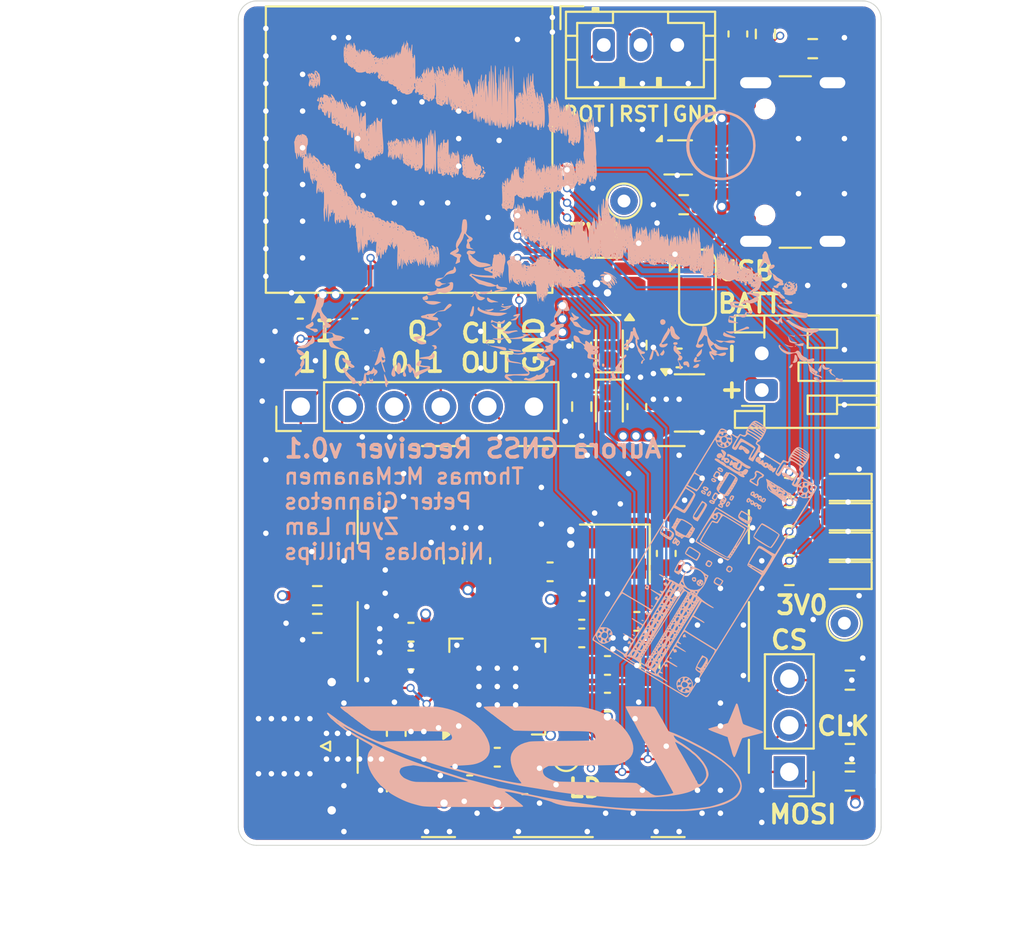
<source format=kicad_pcb>
(kicad_pcb (version 20240108) (generator "pcbnew") (generator_version "8.0")
  (title_block (title "Aurora GNSS Receiver v0.1") (date "2025-05-05") (rev "A") (company "Illinois Space Society") (comment 4 "Contributors: Thomas McManamen"))
  (layers (0 "F.Cu" signal) (1 "In1.Cu" signal) (2 "In2.Cu" signal) (31 "B.Cu" signal) (34 "B.Paste" user) (35 "F.Paste" user) (36 "B.SilkS" user "B.Silkscreen") (37 "F.SilkS" user "F.Silkscreen") (38 "B.Mask" user) (39 "F.Mask" user) (44 "Edge.Cuts" user))
  (net 0 "")
  (net 1 "+3V0")
  (net 2 "GND")
  (net 3 "Net-(U1-MIXIN)")
  (net 4 "Net-(U1-LNAOUT)")
  (net 5 "Net-(U1-LNA1)")
  (net 6 "Net-(U1-CPOUT)")
  (net 7 "Net-(C11-Pad1)")
  (net 8 "Net-(X1-OUT)")
  (net 9 "/XTAL")
  (net 10 "Net-(D1-K)")
  (net 11 "/I1")
  (net 12 "/I0")
  (net 13 "/Q0")
  (net 14 "/Q1")
  (net 15 "/CLKOUT")
  (net 16 "/SPI_MOSI")
  (net 17 "/SPI_CS")
  (net 18 "/SPI_CLK")
  (net 24 "/VSYS")
  (net 25 "Net-(J1-In)")
  (net 26 "+3V3")
  (net 27 "/D+")
  (net 28 "Net-(D2-K)")
  (net 29 "Net-(J6-CC2)")
  (net 30 "/D-")
  (net 32 "Net-(J6-CC1)")
  (net 34 "Net-(D3-A)")
  (net 39 "/RESET_SW")
  (net 45 "/BOOT_SW")
  (net 47 "/USB_D-")
  (net 51 "/USB_D+")
  (net 53 "Net-(D4-A)")
  (net 54 "Net-(D5-A)")
  (net 56 "Net-(D6-A)")
  (net 63 "/VBAT")
  (net 64 "/VBUS")
  (net 68 "/LED_RED")
  (net 69 "/LED_ORANGE")
  (net 70 "/LED_GREEN")
  (net 71 "/LED_BLUE")
  (net 72 "/PGM")
  (net 73 "/LD")
  (footprint "Package_TO_SOT_SMD:SOT-23-3" (layer "F.Cu") (at 144.5625 105.9)
    (property "Reference" "U2" (hide yes))
    (property "Value" "XC6206PxxxMR")
  )
  (footprint "Resistor_SMD:R_0603_1608Metric" (layer "F.Cu") (at 138.7 106.1 90)
    (property "Reference" "R5" (hide yes))
    (property "Value" "2.2k")
  )
  (footprint "Capacitor_SMD:C_0603_1608Metric" (layer "F.Cu") (at 140.1 122.2)
    (property "Reference" "C18" (hide yes))
    (property "Value" "100nF")
  )
  (footprint "LED_SMD:LED_0603_1608Metric" (layer "F.Cu") (at 153 110.5 180)
    (property "Reference" "D6" (hide yes))
    (property "Value" "BLUE LED")
  )
  (footprint "Capacitor_SMD:C_0603_1608Metric" (layer "F.Cu") (at 133.2 114.5 90)
    (property "Reference" "C13" (hide yes))
    (property "Value" "100nF")
  )
  (footprint "Capacitor_SMD:C_0603_1608Metric" (layer "F.Cu") (at 130.1 126.9 -90)
    (property "Reference" "C6" (hide yes))
    (property "Value" "100nF")
  )
  (footprint "Resistor_SMD:R_0603_1608Metric" (layer "F.Cu") (at 150 110.5)
    (property "Reference" "R15" (hide yes))
    (property "Value" "470")
  )
  (footprint "Connector_JST:JST_PH_S2B-PH-K_1x02_P2.00mm_Horizontal" (layer "F.Cu") (at 148.5 105.2 90)
    (property "Reference" "J2" (hide yes))
    (property "Value" "Conn_01x02")
  )
  (footprint "Resistor_SMD:R_0603_1608Metric" (layer "F.Cu") (at 153.3 121 180)
    (property "Reference" "R2" (hide yes))
    (property "Value" "20k")
  )
  (footprint "Capacitor_SMD:C_0603_1608Metric" (layer "F.Cu") (at 128.6 123.9 -90)
    (property "Reference" "C4" (hide yes))
    (property "Value" "470pF")
  )
  (footprint "Connector_Coaxial:SMA_Molex_73251-2120_EdgeMount_Horizontal" (layer "F.Cu") (at 122.1 124.6 180)
    (property "Reference" "J1" (hide yes))
    (property "Value" "Adafruit 1865")
  )
  (footprint "Capacitor_SMD:C_0603_1608Metric" (layer "F.Cu") (at 131.7 114.5 90)
    (property "Reference" "C10" (hide yes))
    (property "Value" "100pF")
  )
  (footprint "TestPoint:TestPoint_Pad_D1.0mm" (layer "F.Cu") (at 137.85 125.25)
    (property "Reference" "TP1" (hide yes))
    (property "Value" "TestPoint")
  )
  (footprint "Capacitor_SMD:C_0603_1608Metric" (layer "F.Cu") (at 142.8 97.975 90)
    (property "Reference" "C21" (hide yes))
    (property "Value" "100nF")
  )
  (footprint "Capacitor_SMD:C_0603_1608Metric" (layer "F.Cu") (at 123.375 100.8)
    (property "Reference" "C19" (hide yes))
    (property "Value" "22uF")
  )
  (footprint "Capacitor_SMD:C_0603_1608Metric" (layer "F.Cu") (at 126.35 100.8 180)
    (property "Reference" "C20" (hide yes))
    (property "Value" "0.1uF")
  )
  (footprint "Capacitor_SMD:C_0603_1608Metric" (layer "F.Cu") (at 138.7 117.2)
    (property "Reference" "C1" (hide yes))
    (property "Value" "100pF")
  )
  (footprint "RF_Shielding:Wuerth_36103205_20x20mm" (layer "F.Cu") (at 137.15 118.9)
    (property "Reference" "J5" (hide yes))
    (property "Value" "RFShield_OnePiece")
  )
  (footprint "TestPoint:TestPoint_THTPad_D1.5mm_Drill0.7mm" (layer "F.Cu") (at 141 94.9)
    (property "Reference" "TP3" (hide yes))
    (property "Value" "TestPoint")
  )
  (footprint "Resistor_SMD:R_0603_1608Metric" (layer "F.Cu") (at 142.4 120.1 90)
    (property "Reference" "R4" (hide yes))
    (property "Value" "20k")
  )
  (footprint "Capacitor_SMD:C_0603_1608Metric" (layer "F.Cu") (at 136.975 115.1)
    (property "Reference" "C15" (hide yes))
    (property "Value" "10nF")
  )
  (footprint "Connector_PinHeader_2.54mm:PinHeader_1x06_P2.54mm_Vertical" (layer "F.Cu") (at 123.4 106.1 90)
    (property "Reference" "J4" (hide yes))
    (property "Value" "Conn_01x06")
  )
  (footprint "Oscillator:Oscillator_SMD_Abracon_ASE-4Pin_3.2x2.5mm" (layer "F.Cu") (at 140.5 114.1 180)
    (property "Reference" "X1" (hide yes))
    (property "Value" "TXCO")
  )
  (footprint "Capacitor_SMD:C_0603_1608Metric" (layer "F.Cu") (at 141.7 106.1 90)
    (property "Reference" "C12" (hide yes))
    (property "Value" "10uF")
  )
  (footprint "Resistor_SMD:R_0603_1608Metric" (layer "F.Cu") (at 150 112.1)
    (property "Reference" "R14" (hide yes))
    (property "Value" "470")
  )
  (footprint "Capacitor_SMD:C_0603_1608Metric" (layer "F.Cu") (at 138.7 102.75 -90)
    (property "Reference" "C22" (hide yes))
    (property "Value" "1uF")
  )
  (footprint "Package_DFN_QFN:ST_UQFN-6L_1.5x1.7mm_P0.5mm" (layer "F.Cu") (at 143.95 92.525)
    (property "Reference" "U4" (hide yes))
    (property "Value" "ECMF02-2AMX6")
  )
  (footprint "Capacitor_SMD:C_0603_1608Metric" (layer "F.Cu") (at 140.1 120.2 180)
    (property "Reference" "C9" (hide yes))
    (property "Value" "27pF")
  )
  (footprint "Connector_JST:JST_PH_B3B-PH-K_1x03_P2.00mm_Vertical" (layer "F.Cu") (at 139.9 86.4)
    (property "Reference" "J7" (hide yes))
    (property "Value" "Conn_01x03")
  )
  (footprint "Connector_USB:USB_C_Receptacle_GCT_USB4105-xx-A_16P_TopMnt_Horizontal" (layer "F.Cu") (at 151.275 92.775 90)
    (property "Reference" "J6" (hide yes))
    (property "Value" "USB4105-GF-A")
  )
  (footprint "TestPoint:TestPoint_THTPad_D1.5mm_Drill0.7mm" (layer "F.Cu") (at 153 117.9)
    (property "Reference" "TP2" (hide yes))
    (property "Value" "TestPoint")
  )
  (footprint "RF_Module:ESP32-S2-MINI-1U" (layer "F.Cu") (at 129.3 92.1 90)
    (property "Reference" "U3" (hide yes))
    (property "Value" "ESP32-S3-MINI-1U")
  )
  (footprint "Package_DFN_QFN:QFN-28-1EP_5x5mm_P0.5mm_EP3.35x3.35mm_ThermalVias" (layer "F.Cu") (at 134.1 121.35 90)
    (property "Reference" "U1" (hide yes))
    (property "Value" "MAX2769")
  )
  (footprint "Capacitor_SMD:C_0603_1608Metric" (layer "F.Cu") (at 141.7 117.8 180)
    (property "Reference" "C11" (hide yes))
    (property "Value" "470pF")
  )
  (footprint "Capacitor_SMD:C_0603_1608Metric" (layer "F.Cu") (at 134.1 125.2 180)
    (property "Reference" "C2" (hide yes))
    (property "Value" "10pF")
  )
  (footprint "LED_SMD:LED_0603_1608Metric" (layer "F.Cu") (at 140.2 102.75 90)
    (property "Reference" "D2" (hide yes))
    (property "Value" "RED LED")
  )
  (footprint "LED_SMD:LED_0603_1608Metric" (layer "F.Cu") (at 153 113.7 180)
    (property "Reference" "D4" (hide yes))
    (property "Value" "ORANGE LED")
  )
  (footprint "Resistor_SMD:R_0603_1608Metric" (layer "F.Cu") (at 124.3 117.91 180)
    (property "Reference" "R7" (hide yes))
    (property "Value" "0")
  )
  (footprint "LED_SMD:LED_0603_1608Metric" (layer "F.Cu") (at 153 112.1 180)
    (property "Reference" "D5" (hide yes))
    (property "Value" "GREEN LED")
  )
  (footprint "Resistor_SMD:R_0603_1608Metric" (layer "F.Cu") (at 148.7 85.8 -90)
    (property "Reference" "R11" (hide yes))
    (property "Value" "20k")
  )
  (footprint "Resistor_SMD:R_0603_1608Metric" (layer "F.Cu") (at 150 115.3)
    (property "Reference" "R12" (hide yes))
    (property "Value" "470")
  )
  (footprint "Capacitor_SMD:C_0603_1608Metric" (layer "F.Cu") (at 129.4 119.9 180)
    (property "Reference" "C7" (hide yes))
    (property "Value" "100pF")
  )
  (footprint "Jumper:SolderJumper-3_P1.3mm_Open_RoundedPad1.0x1.5mm" (layer "F.Cu") (at 145 99.6 -90)
    (property "Reference" "JP1" (hide yes))
    (property "Value" "Jumper_3_Open")
  )
  (footprint "Capacitor_SMD:C_0603_1608Metric" (layer "F.Cu") (at 129.4 118.39 180)
    (property "Reference" "C8" (hide yes))
    (property "Value" "100nF")
  )
  (footprint "Resistor_SMD:R_0603_1608Metric" (layer "F.Cu") (at 150 113.7)
    (property "Reference" "R13" (hide yes))
    (property "Value" "470")
  )
  (footprint "Capacitor_SMD:C_0603_1608Metric" (layer "F.Cu") (at 135.6 126.7)
    (property "Reference" "C14" (hide yes))
    (property "Value" "100pF")
  )
  (footprint "Resistor_SMD:R_0603_1608Metric" (layer "F.Cu") (at 124.3 116.4)
    (property "Reference" "R6" (hide yes))
    (property "Value" "20k")
  )
  (footprint "Inductor_SMD:L_0603_1608Metric" (layer "F.Cu") (at 128.6 126.9 -90)
    (property "Reference" "L1" (hide yes))
    (property "Value" "22nH")
  )
  (footprint "Resistor_SMD:R_0603_1608Metric" (layer "F.Cu") (at 151.275 86.6)
    (property "Reference" "R9" (hide yes))
    (property "Value" "5.1k")
  )
  (footprint "Capacitor_SMD:C_0603_1608Metric" (layer "F.Cu") (at 143.3 114.1 -90)
    (property "Reference" "C17" (hide yes))
    (property "Value" "100nF")
  )
  (footprint "Capacitor_SMD:C_0603_1608Metric" (layer "F.Cu") (at 132.6 126.7 180)
    (property "Reference" "C16" (hide yes))
    (property "Value" "100nF")
  )
  (footprint "LED_SMD:LED_0603_1608Metric" (layer "F.Cu") (at 153 115.3 180)
    (property "Reference" "D3" (hide yes))
    (property "Value" "RED LED")
  )
  (footprint "Resistor_SMD:R_0603_1608Metric" (layer "F.Cu") (at 141.7 102.75 -90)
    (property "Reference" "R10" (hide yes))
    (property "Value" "2.2k")
  )
  (footprint "Resistor_SMD:R_0603_1608Metric" (layer "F.Cu") (at 144.25 95.1 180)
    (property "Reference" "R8" (hide yes))
    (property "Value" "5.1k")
  )
  (footprint "Capacitor_SMD:C_0603_1608Metric" (layer "F.Cu") (at 144 103.45 180)
    (property "Reference" "C3" (hide yes))
    (property "Value" "1uF")
  )
  (footprint "Resistor_SMD:R_0603_1608Metric" (layer "F.Cu") (at 153.3 126.5)
    (property "Reference" "R1" (hide yes))
    (property "Value" "20k")
  )
  (footprint "Capacitor_SMD:C_0603_1608Metric" (layer "F.Cu") (at 138.7 118.7)
    (property "Reference" "C5" (hide yes))
    (property "Value" "100nF")
  )
  (footprint "Package_TO_SOT_SMD:SOT-23-5" (layer "F.Cu") (at 140 99.55 180)
    (property "Reference" "U5" (hide yes))
    (property "Value" "TLV73333PDBV")
  )
  (footprint "Connector_PinHeader_2.54mm:PinHeader_1x03_P2.54mm_Vertical" (layer "F.Cu") (at 150 126 180)
    (property "Reference" "J3" (hide yes))
    (property "Value" "Conn_01x03")
  )
  (footprint "LED_SMD:LED_0603_1608Metric" (layer "F.Cu") (at 140.2 106.1125 -90)
    (property "Reference" "D1" (hide yes))
    (property "Value" "ORANGE LED")
  )
  (footprint "Resistor_SMD:R_0603_1608Metric" (layer "F.Cu") (at 153.3 125 180)
    (property "Reference" "R3" (hide yes))
    (property "Value" "20k")
  )
  (footprint "Capacitor_SMD:C_0603_1608Metric" (layer "F.Cu") (at 147.2 85.8 -90)
    (property "Reference" "C23" (hide yes))
    (property "Value" "1uF")
  )
  (footprint "LOGO" (layer "B.Cu") (at 137.9 96.5 180)
    (property "Reference" "G***" (hide yes))
    (property "Value" "LOGO" (hide yes))
  )
  (footprint "LOGO" (layer "B.Cu") (at 145.556859 114.515337 115)
    (property "Reference" "G***" (hide yes))
    (property "Value" "LOGO" (hide yes))
  )
  (footprint "LOGO" (layer "B.Cu") (at 136.75 125.25 180)
    (property "Reference" "G***" (hide yes))
    (property "Value" "LOGO" (hide yes))
  )
  (gr_line (start 124.4 102.5) (end 125 102.5) (stroke (width 0.2)) (layer "F.SilkS"))
  (gr_line (start 125 101.4) (end 124.4 101.4) (stroke (width 0.2)) (layer "F.SilkS"))
  (gr_arc (start 154 84) (mid 154.707107 84.292893) (end 155 85) (stroke (width 0.05)) (layer "Edge.Cuts"))
  (gr_line (start 121 84) (end 154 84) (stroke (width 0.05)) (layer "Edge.Cuts"))
  (gr_line (start 154 130) (end 121 130) (stroke (width 0.05)) (layer "Edge.Cuts"))
  (gr_arc (start 121 130) (mid 120.292893 129.707107) (end 120 129) (stroke (width 0.05)) (layer "Edge.Cuts"))
  (gr_line (start 155 85) (end 155 129) (stroke (width 0.05)) (layer "Edge.Cuts"))
  (gr_arc (start 120 85) (mid 120.292893 84.292893) (end 121 84) (stroke (width 0.05)) (layer "Edge.Cuts"))
  (gr_line (start 120 129) (end 120 85) (stroke (width 0.05)) (layer "Edge.Cuts"))
  (gr_arc (start 155 129) (mid 154.707107 129.707107) (end 154 130) (stroke (width 0.05)) (layer "Edge.Cuts"))
  (gr_text "Aurora GNSS Receiver v0.1" (at 122.4 107.8 0) (layer "B.SilkS") (effects (font (size 1 1) (thickness 0.2) (bold yes)) (justify right top mirror)))
  (gr_text "Thomas McManamen\nPeter Giannetos\nZyun Lam\nNicholas Phillips" (at 122.4 109.4 0) (layer "B.SilkS") (effects (font (size 0.85 0.85)) (justify right top mirror)))
  (gr_text "3V3" (at 140.9 96.1 0) (layer "F.SilkS") (effects (font (size 1 1) (thickness 0.2) (bold yes)) (justify right top)))
  (gr_text "I" (at 124.7 102.6 0) (layer "F.SilkS") (effects (font (size 1 1) (thickness 0.2) (bold yes)) (justify bottom)))
  (gr_text "Q" (at 129.75 102.6 0) (layer "F.SilkS") (effects (font (size 1 1) (thickness 0.2) (bold yes)) (justify bottom)))
  (gr_text "GND" (at 136.1 104.4 90) (layer "F.SilkS") (effects (font (size 1 1) (thickness 0.2) (bold yes)) (justify left)))
  (gr_text "-" (at 146.8 103.2 90) (layer "F.SilkS") (effects (font (size 1 1) (thickness 0.2) (bold yes))))
  (gr_text "MOSI" (at 148.8 128.9 0) (layer "F.SilkS") (effects (font (size 1 1) (thickness 0.2) (bold yes)) (justify left bottom)))
  (gr_text "LD" (at 137.85 126.3 0) (layer "F.SilkS") (effects (font (size 1 1) (thickness 0.2) (bold yes)) (justify left top)))
  (gr_text "BOT|RST|GND" (at 141.9 89.7 0) (layer "F.SilkS") (effects (font (size 0.8 0.8) (thickness 0.15) (bold yes)) (justify top)))
  (gr_text "1|0" (at 124.7 104.3 0) (layer "F.SilkS") (effects (font (size 1 1) (thickness 0.2) (bold yes)) (justify bottom)))
  (gr_text "USB" (at 146 99.3 0) (layer "F.SilkS") (effects (font (size 1 1) (thickness 0.2) (bold yes)) (justify left bottom)))
  (gr_text "CS" (at 150 119.4 0) (layer "F.SilkS") (effects (font (size 1 1) (thickness 0.2) (bold yes)) (justify bottom)))
  (gr_text "3V0" (at 152.2 117.5 0) (layer "F.SilkS") (effects (font (size 1 1) (thickness 0.2) (bold yes)) (justify right bottom)))
  (gr_text "+" (at 146.8 105.2 90) (layer "F.SilkS") (effects (font (size 1 1) (thickness 0.2) (bold yes))))
  (gr_text "CLK\nOUT" (at 133.56 104.3 0) (layer "F.SilkS") (effects (font (size 1 1) (thickness 0.2) (bold yes)) (justify bottom)))
  (gr_text "0|1" (at 129.75 104.3 0) (layer "F.SilkS") (effects (font (size 1 1) (thickness 0.2) (bold yes)) (justify bottom)))
  (gr_text "BATT" (at 146 99.9 0) (layer "F.SilkS") (effects (font (size 1 1) (thickness 0.2) (bold yes)) (justify left top)))
  (gr_text "CLK" (at 151.4 123.5 0) (layer "F.SilkS") (effects (font (size 1 1) (thickness 0.2) (bold yes)) (justify left)))
  (segment (start 139.325 122.2) (end 139.325 122.225) (width 0.25) (layer "F.Cu") (net 1))
  (segment (start 143.3 114.875) (end 141.6 114.875) (width 0.3) (layer "F.Cu") (net 1))
  (segment (start 133.6 117.175) (end 132.5 116.075) (width 0.25) (layer "F.Cu") (net 1))
  (segment (start 130.2 117.4) (end 130.2 119.875) (width 0.5) (layer "F.Cu") (net 1))
  (segment (start 131.65 120.35) (end 130.625 120.35) (width 0.25) (layer "F.Cu") (net 1))
  (segment (start 139.325 122.225) (end 140.1 123) (width 0.25) (layer "F.Cu") (net 1))
  (segment (start 136.55 119.85) (end 136.55 120.35) (width 0.25) (layer "F.Cu") (net 1))
  (segment (start 153.6 127.7) (end 153.6 127.025) (width 0.5) (layer "F.Cu") (net 1))
  (segment (start 135.6 123.8) (end 136.8 123.8) (width 0.25) (layer "F.Cu") (net 1))
  (segment (start 141.6 114.875) (end 141.55 114.925) (width 0.3) (layer "F.Cu") (net 1))
  (segment (start 144.4 114.875) (end 143.3 114.875) (width 0.3) (layer "F.Cu") (net 1))
  (segment (start 131.65 120.85) (end 131.125 120.85) (width 0.25) (layer "F.Cu") (net 1))
  (segment (start 137 116.6) (end 137.325 116.6) (width 0.5) (layer "F.Cu") (net 1))
  (segment (start 132.5 116.075) (end 131.7 115.275) (width 0.5) (layer "F.Cu") (net 1))
  (segment (start 131.2 127.7) (end 128.6125 127.7) (width 0.5) (layer "F.Cu") (net 1))
  (segment (start 136.775 119.85) (end 137.925 118.7) (width 0.25) (layer "F.Cu") (net 1))
  (segment (start 137.925 117.2) (end 137.925 118.7) (width 0.5) (layer "F.Cu") (net 1))
  (segment (start 139.0125 122.2) (end 139.325 122.2) (width 0.25) (layer "F.Cu") (net 1))
  (segment (start 138.1625 121.35) (end 139.0125 122.2) (width 0.25) (layer "F.Cu") (net 1))
  (segment (start 133.6 118.9) (end 133.6 117.175) (width 0.25) (layer "F.Cu") (net 1))
  (segment (start 128.6125 127.7) (end 128.6 127.6875) (width 0.5) (layer "F.Cu") (net 1))
  (segment (start 136.55 119.85) (end 136.775 119.85) (width 0.25) (layer "F.Cu") (net 1))
  (segment (start 132.5 115.975) (end 133.2 115.275) (width 0.5) (layer "F.Cu") (net 1))
  (segment (start 131.125 120.85) (end 130.175 119.9) (width 0.25) (layer "F.Cu") (net 1))
  (segment (start 122.4 116.4) (end 123.475 116.4) (width 0.5) (layer "F.Cu") (net 1))
  (segment (start 136.8 123.8) (end 137 124) (width 0.25) (layer "F.Cu") (net 1))
  (segment (start 130.2 119.875) (end 130.175 119.9) (width 0.5) (layer "F.Cu") (net 1))
  (segment (start 153.6 127.025) (end 154.125 126.5) (width 0.5) (layer "F.Cu") (net 1))
  (segment (start 130.625 120.35) (end 130.175 119.9) (width 0.25) (layer "F.Cu") (net 1))
  (segment (start 132.5 116.075) (end 132.5 115.975) (width 0.5) (layer "F.Cu") (net 1))
  (segment (start 134.1 123.8) (end 134.1 126.4) (width 0.25) (layer "F.Cu") (net 1))
  (segment (start 136.55 121.35) (end 138.1625 121.35) (width 0.25) (layer "F.Cu") (net 1))
  (segment (start 137.325 116.6) (end 137.925 117.2) (width 0.5) (layer "F.Cu") (net 1))
  (via (at 142.35 107.7) (size 0.6) (drill 0.4) (layers "F.Cu" "B.Cu") (net 1))
  (via (at 130.2 117.4) (size 0.6) (drill 0.4) (layers "F.Cu" "B.Cu") (net 1))
  (via (at 122.4 116.4) (size 0.6) (drill 0.4) (layers "F.Cu" "B.Cu") (net 1))
  (via (at 141.65 107.7) (size 0.6) (drill 0.4) (layers "F.Cu" "B.Cu") (net 1))
  (via (at 153.6 127.7) (size 0.6) (drill 0.4) (layers "F.Cu" "B.Cu") (net 1))
  (via (at 131.2 127.7) (size 0.6) (drill 0.4) (layers "F.Cu" "B.Cu") (net 1))
  (via (at 140.95 107.7) (size 0.6) (drill 0.4) (layers "F.Cu" "B.Cu") (net 1))
  (via (at 140.1 123) (size 0.6) (drill 0.4) (layers "F.Cu" "B.Cu") (net 1))
  (via (at 132.5 116.075) (size 0.6) (drill 0.4) (layers "F.Cu" "B.Cu") (net 1))
  (via (at 137 124) (size 0.6) (drill 0.4) (layers "F.Cu" "B.Cu") (net 1))
  (via (at 144.4 114.875) (size 0.6) (drill 0.4) (layers "F.Cu" "B.Cu") (net 1))
  (via (at 134.1 127.7) (size 0.6) (drill 0.4) (layers "F.Cu" "B.Cu") (net 1))
  (via (at 137 116.6) (size 0.6) (drill 0.4) (layers "F.Cu" "B.Cu") (net 1))
  (segment (start 140.425 112.3) (end 142.275 112.3) (width 0.3) (layer "F.Cu") (net 2))
  (segment (start 139.375 113.2) (end 139.45 113.275) (width 0.3) (layer "F.Cu") (net 2))
  (segment (start 142.275 112.3) (end 143.3 113.325) (width 0.3) (layer "F.Cu") (net 2))
  (segment (start 139.45 113.275) (end 140.425 112.3) (width 0.3) (layer "F.Cu") (net 2))
  (segment (start 139.225 113.5) (end 139.45 113.275) (width 0.3) (layer "F.Cu") (net 2))
  (via (at 125.4 123.9) (size 0.45) (drill 0.3) (layers "F.Cu" "B.Cu") (net 2))
  (via (at 153.2 114.5) (size 0.45) (drill 0.3) (layers "F.Cu" "B.Cu") (net 2))
  (via (at 140.1 99.9) (size 0.6) (drill 0.4) (layers "F.Cu" "B.Cu") (net 2))
  (via (at 153 91.5) (size 0.45) (drill 0.3) (layers "F.Cu" "B.Cu") (net 2))
  (via (at 140.1 99.1) (size 0.6) (drill 0.4) (layers "F.Cu" "B.Cu") (net 2))
  (via (at 142.75 129.25) (size 0.45) (drill 0.3) (layers "F.Cu" "B.Cu") (net 2))
  (via (at 127 117) (size 0.45) (drill 0.3) (layers "F.Cu" "B.Cu") (net 2))
  (via (at 145 118) (size 0.45) (drill 0.3) (layers "F.Cu" "B.Cu") (net 2))
  (via (at 127.75 127) (size 0.45) (drill 0.3) (layers "F.Cu" "B.Cu") (net 2))
  (via (at 146.25 123.5) (size 0.45) (drill 0.3) (layers "F.Cu" "B.Cu") (net 2))
  (via (at 140.8 111.4) (size 0.45) (drill 0.3) (layers "F.Cu" "B.Cu") (net 2))
  (via (at 131.4 95) (size 0.45) (drill 0.3) (layers "F.Cu" "B.Cu") (net 2))
  (via (at 123.9 123.1) (size 0.45) (drill 0.3) (layers "F.Cu" "B.Cu") (net 2))
  (via (at 129 109.75) (size 0.45) (drill 0.3) (layers "F.Cu" "B.Cu") (net 2))
  (via (at 139 108.75) (size 0.45) (drill 0.3) (layers "F.Cu" "B.Cu") (net 2))
  (via (at 136.4 125.8) (size 0.45) (drill 0.3) (layers "F.Cu" "B.Cu") (net 2))
  (via (at 122.5 126.1) (size 0.45) (drill 0.3) (layers "F.Cu" "B.Cu") (net 2))
  (via (at 139.3 94.2) (size 0.45) (drill 0.3) (layers "F.Cu" "B.Cu") (net 2))
  (via (at 127.7 118.9) (size 0.45) (drill 0.3) (layers "F.Cu" "B.Cu") (net 2))
  (via (at 153.2 112.9) (size 0.45) (drill 0.3) (layers "F.Cu" "B.Cu") (net 2))
  (via (at 122 102) (size 0.45) (drill 0.3) (layers "F.Cu" "B.Cu") (net 2))
  (via (at 153.3 123.4) (size 0.45) (drill 0.3) (layers "F.Cu" "B.Cu") (net 2))
  (via (at 153.8 116.4) (size 0.45) (drill 0.3) (layers "F.Cu" "B.Cu") (net 2))
  (via (at 153.4 121) (size 0.45) (drill 0.3) (layers "F.Cu" "B.Cu") (net 2))
  (via (at 141.425 102.775) (size 0.45) (drill 0.3) (layers "F.Cu" "B.Cu") (net 2))
  (via (at 126 123.9) (size 0.45) (drill 0.3) (layers "F.Cu" "B.Cu") (net 2))
  (via (at 144 129.25) (size 0.45) (drill 0.3) (layers "F.Cu" "B.Cu") (net 2))
  (via (at 121.1 123.1) (size 0.45) (drill 0.3) (layers "F.Cu" "B.Cu") (net 2))
  (via (at 126.996984 120.98407) (size 0.45) (drill 0.3) (layers "F.Cu" "B.Cu") (net 2))
  (via (at 138.7 107.7) (size 0.45) (drill 0.3) (layers "F.Cu" "B.Cu") (net 2))
  (via (at 141.7 120.2) (size 0.45) (drill 0.3) (layers "F.Cu" "B.Cu") (net 2))
  (via (at 133 128.25) (size 0.45) (drill 0.3) (layers "F.Cu" "B.Cu") (net 2))
  (via (at 142.8 96.1) (size 0.45) (drill 0.3) (layers "F.Cu" "B.Cu") (net 2))
  (via (at 126.8 94.6) (size 0.45) (drill 0.3) (layers "F.Cu" "B.Cu") (net 2))
  (via (at 136.4 127.7) (size 0.45) (drill 0.3) (layers "F.Cu" "B.Cu") (net 2))
  (via (at 146.25 127) (size 0.45) (drill 0.3) (layers "F.Cu" "B.Cu") (net 2))
  (via (at 123.9 126.1) (size 0.45) (drill 0.3) (layers "F.Cu" "B.Cu") (net 2))
  (via (at 123.2 126.1) (size 0.45) (drill 0.3) (layers "F.Cu" "B.Cu") (net 2))
  (via (at 153 99.5) (size 0.45) (drill 0.3) (layers "F.Cu" "B.Cu") (net 2))
  (via (at 153 103) (size 0.45) (drill 0.3) (layers "F.Cu" "B.Cu") (net 2))
  (via (at 150.5 94.5) (size 0.45) (drill 0.3) (layers "F.Cu" "B.Cu") (net 2))
  (via (at 131.5 129.25) (size 0.45) (drill 0.3) (layers "F.Cu" "B.Cu") (net 2))
  (via (at 131.9 119.1) (size 0.45) (drill 0.3) (layers "F.Cu" "B.Cu") (net 2))
  (via (at 121.5 113) (size 0.45) (drill 0.3) (layers "F.Cu" "B.Cu") (net 2))
  (via (at 121.8 126.1) (size 0.45) (drill 0.3) (layers "F.Cu" "B.Cu") (net 2))
  (via (at 121.8 123.1) (size 0.45) (drill 0.3) (layers "F.Cu" "B.Cu") (net 2))
  (via (at 124.75 109) (size 0.45) (drill 0.3) (layers "F.Cu" "B.Cu") (net 2))
  (via (at 123.5 88) (size 0.45) (drill 0.3) (layers "F.Cu" "B.Cu") (net 2))
  (via (at 131 126.2) (size 0.45) (drill 0.3) (layers "F.Cu" "B.Cu") (net 2))
  (via (at 125.75 129.25) (size 0.45) (drill 0.3) (layers "F.Cu" "B.Cu") (net 2))
  (via (at 148.5 114.5) (size 0.45) (drill 0.3) (layers "F.Cu" "B.Cu") (net 2))
  (via (at 142 127) (size 0.45) (drill 0.3) (layers "F.Cu" "B.Cu") (net 2))
  (via (at 133.2 112.7) (size 0.45) (drill 0.3) (layers "F.Cu" "B.Cu") (net 2))
  (via (at 143.9 93.5) (size 0.45) (drill 0.3) (layers "F.Cu" "B.Cu") (net 2))
  (via (at 141.5 128.25) (size 0.45) (drill 0.3) (layers "F.Cu" "B.Cu") (net 2))
  (via (at 121.3 105.8) (size 0.45) (drill 0.3) (layers "F.Cu" "B.Cu") (net 2))
  (via (at 137.3 126.7) (size 0.45) (drill 0.3) (layers "F.Cu" "B.Cu") (net 2))
  (via (at 143.3 105.7) (size 0.45) (drill 0.3) (layers "F.Cu" "B.Cu") (net 2))
  (via (at 137.1 85.7) (size 0.45) (drill 0.3) (layers "F.Cu" "B.Cu") (net 2))
  (via (at 138.8 116.3) (size 0.45) (drill 0.3) (layers "F.Cu" "B.Cu") (net 2))
  (via (at 123.2 123.1) (size 0.45) (drill 0.3) (layers "F.Cu" "B.Cu") (net 2))
  (via (at 132.3 127.6) (size 0.45) (drill 0.3) (layers "F.Cu" "B.Cu") (net 2))
  (via (at 145.25 110) (size 0.45) (drill 0.3) (layers "F.Cu" "B.Cu") (net 2))
  (via (at 139.5 88.5) (size 0.45) (drill 0.3) (layers "F.Cu" "B.Cu") (net 2))
  (via (at 141.8 97.2) (size 0.45) (drill 0.3) (layers "F.Cu" "B.Cu") (net 2))
  (via (at 121.5 109) (size 0.45) (drill 0.3) (layers "F.Cu" "B.Cu") (net 2))
  (via (at 125.75 114.5) (size 0.45) (drill 0.3) (layers "F.Cu" "B.Cu") (net 2))
  (via (at 122.6 117.9) (size 0.45) (drill 0.3) (layers "F.Cu" "B.Cu") (net 2))
  (via (at 122.5 123.1) (size 0.45) (drill 0.3) (layers "F.Cu" "B.Cu") (net 2))
  (via (at 128.5 122.2) (size 0.45) (drill 0.3) (layers "F.Cu" "B.Cu") (net 2))
  (via (at 121.494239 94.514258) (size 0.45) (drill 0.3) (layers "F.Cu" "B.Cu") (net 2))
  (via (at 140 128.25) (size 0.45) (drill 0.3) (layers "F.Cu" "B.Cu") (net 2))
  (via (at 126 86) (size 0.45) (drill 0.3) (layers "F.Cu" "B.Cu") (net 2))
  (via (at 130.1 123.8) (size 0.45) (drill 0.3) (layers "F.Cu" "B.Cu") (net 2))
  (via (at 142.6 102.875) (size 0.45) (drill 0.3) (layers "F.Cu" "B.Cu") (net 2))
  (via (at 134.25 107.75) (size 0.45) (drill 0.3) (layers "F.Cu" "B.Cu") (net 2))
  (via (at 123.5 98) (size 0.45) (drill 0.3) (layers "F.Cu" "B.Cu") (net 2))
  (via (at 127.998623 116.264485) (size 0.45) (drill 0.3) (layers "F.Cu" "B.Cu") (net 2))
  (via (at 145.25 107.5) (size 0.45) (drill 0.3) (layers "F.Cu" "B.Cu") (net 2))
  (via (at 132 93) (size 0.45) (drill 0.3) (layers "F.Cu" "B.Cu") (net 2))
  (via (at 142 88.5) (size 0.45) (drill 0.3) (layers "F.Cu" "B.Cu") (net 2))
  (via (at 148.5 128.75) (size 0.45) (drill 0.3) (layers "F.Cu" "B.Cu") (net 2))
  (via (at 130.9 123.6) (size 0.45) (drill 0.3) (layers "F.Cu" "B.Cu") (net 2))
  (via (at 121.5 91.5) (size 0.45) (drill 0.3) (layers "F.Cu" "B.Cu") (net 2))
  (via (at 142.6 104.3) (size 0.45) (drill 0.3) (layers "F.Cu" "B.Cu") (net 2))
  (via (at 143.5 104.2) (size 0.45) (drill 0.3) (layers "F.Cu" "B.Cu") (net 2))
  (via (at 129.4 123.8) (size 0.45) (drill 0.3) (layers "F.Cu" "B.Cu") (net 2))
  (via (at 133.6 95.8) (size 0.45) (drill 0.3) (layers "F.Cu" "B.Cu") (net 2))
  (via (at 135.25 129.25) (size 0.45) (drill 0.3) (layers "F.Cu" "B.Cu") (net 2))
  (via (at 152.6 108.8) (size 0.45) (drill 0.3) (layers "F.Cu" "B.Cu") (net 2))
  (via (at 122.9 99.9) (size 0.45) (drill 0.3) (layers "F.Cu" "B.Cu") (net 2))
  (via (at 126.6 125.3) (size 0.45) (drill 0.3) (layers "F.Cu" "B.Cu") (net 2))
  (via (at 140.1 116.3) (size 0.45) (drill 0.3) (layers "F.Cu" "B.Cu") (net 2))
  (via (at 132 123.5) (size 0.45) (drill 0.3) (layers "F.Cu" "B.Cu") (net 2))
  (via (at 125.75 122.25) (size 0.45) (drill 0.3) (layers "F.Cu" "B.Cu") (net 2))
  (via (at 154 119.8) (size 0.45) (drill 0.3) (layers "F.Cu" "B.Cu") (net 2))
  (via (at 153 106) (size 0.45) (drill 0.3) (layers "F.Cu" "B.Cu") (net 2))
  (via (at 142.025 102.725) (size 0.45) (drill 0.3) (layers "F.Cu" "B.Cu") (net 2))
  (via (at 146.25 110) (size 0.45) (drill 0.3) (layers "F.Cu" "B.Cu") (net 2))
  (via (at 144.5 88.5) (size 0.45) (drill 0.3) (layers "F.Cu" "B.Cu") (net 2))
  (via (at 147.5 118) (size 0.45) (drill 0.3) (layers "F.Cu" "B.Cu") (net 2))
  (via (at 127 104) (size 0.45) (drill 0.3) (layers "F.Cu" "B.Cu") (net 2))
  (via (at 125.4 125.3) (size 0.45) (drill 0.3) (layers "F.Cu" "B.Cu") (net 2))
  (via (at 141.2 104.5) (size 0.45) (drill 0.3) (layers "F.Cu" "B.Cu") (net 2))
  (via (at 121.5 87) (size 0.45) (drill 0.3) (layers "F.Cu" "B.Cu") (net 2))
  (via (at 126 125.3) (size 0.45) (drill 0.3) (layers "F.Cu" "B.Cu") (net 2))
  (via (at 130.1 125.3) (size 0.45) (drill 0.3) (layers "F.Cu" "B.Cu") (net 2))
  (via (at 136.575 102.175) (size 0.45) (drill 0.3) (layers "F.Cu" "B.Cu") (net 2))
  (via (at 128.5 95) (size 0.45) (drill 0.3) (layers "F.Cu" "B.Cu") (net 2))
  (via (at 139.5 91) (size 0.45) (drill 0.3) (layers "F.Cu" "B.Cu") (net 2))
  (via (at 140.4 118.7) (size 0.45) (drill 0.3) (layers "F.Cu" "B.Cu") (net 2))
  (via (at 124 114) (size 0.45) (drill 0.3) (layers "F.Cu" "B.Cu") (net 2))
  (via (at 121.5 93) (size 0.45) (drill 0.3) (layers "F.Cu" "B.Cu") (net 2))
  (via (at 146.25 114.5) (size 0.45) (drill 0.3) (layers "F.Cu" "B.Cu") (net 2))
  (via (at 134.2 91.6) (size 0.45) (drill 0.3) (layers "F.Cu" "B.Cu") (net 2))
  (via (at 129.4 120.5) (size 0.45) (drill 0.3) (layers "F.Cu" "B.Cu") (net 2))
  (via (at 141.8 122.2) (size 0.45) (drill 0.3) (layers "F.Cu" "B.Cu") (net 2))
  (via (at 127.8 125.3) (size 0.45) (drill 0.3) (layers "F.Cu" "B.Cu") (net 2))
  (via (at 121.5 88.5) (size 0.45) (drill 0.3) (layers "F.Cu" "B.Cu") (net 2))
  (via (at 144.3 111.2) (size 0.45) (drill 0.3) (layers "F.Cu" "B.Cu") (net 2))
  (via (at 142.6 95.1) (size 0.45) (drill 0.3) (layers "F.Cu" "B.Cu") (net 2))
  (via (at 141.9 104.5) (size 0.45) (drill 0.3) (layers "F.Cu" "B.Cu") (net 2))
  (via (at 136.5 112.5) (size 0.45) (drill 0.3) (layers "F.Cu" "B.Cu") (net 2))
  (via (at 139 129.25) (size 0.45) (drill 0.3) (layers "F.Cu" "B.Cu") (net 2))
  (via (at 124.2 103.6) (size 0.45) (drill 0.3) (layers "F.Cu" "B.Cu") (net 2))
  (via (at 123.5 90) (size 0.45) (drill 0.3) (layers "F.Cu" "B.Cu") (net 2))
  (via (at 143.775 97.8) (size 0.45) (drill 0.3) (layers "F.Cu" "B.Cu") (net 2))
  (via (at 151.3 117.7) (size 0.45) (drill 0.3) (layers "F.Cu" "B.Cu") (net 2))
  (via (at 139.4 111.9) (size 0.45) (drill 0.3) (layers "F.Cu" "B.Cu") (net 2))
  (via (at 147.5 120.75) (size 0.45) (drill 0.3) (layers "F.Cu" "B.Cu") (net 2))
  (via (at 142.6 105.7) (size 0.45) (drill 0.3) (layers "F.Cu" "B.Cu") (net 2))
  (via (at 130 89.5) (size 0.45) (drill 0.3) (layers "F.Cu" "B.Cu") (net 2))
  (via (at 146.25 116) (size 0.45) (drill 0.3) (layers "F.Cu" "B.Cu") (net 2))
  (via (at 121.5 97.5) (size 0.45) (drill 0.3) (layers "F.Cu" "B.Cu") (net 2))
  (via (at 126.5 93) (size 0.45) (drill 0.3) (layers "F.Cu" "B.Cu") (net 2))
  (via (at 126.75 107.75) (size 0.45) (drill 0.3) (layers "F.Cu" "B.Cu") (net 2))
  (via (at 146.75 107.5) (size 0.45) (drill 0.3) (layers "F.Cu" "B.Cu") (net 2))
  (via (at 142 91) (size 0.45) (drill 0.3) (layers "F.Cu" "B.Cu") (net 2))
  (via (at 125.75 126.75) (size 0.45) (drill 0.3) (layers "F.Cu" "B.Cu") (net 2))
  (via (at 128.6 117.5) (size 0.45) (drill 0.3) (layers "F.Cu" "B.Cu") (net 2))
  (via (at 133.2 102) (size 0.45) (drill 0.3) (layers "F.Cu" "B.Cu") (net 2))
  (via (at 127.7 119.5) (size 0.45) (drill 0.3) (layers "F.Cu" "B.Cu") (net 2))
  (via (at 127.2 125.3) (size 0.45) (drill 0.3) (layers "F.Cu" "B.Cu") (net 2))
  (via (at 150.5 91.5) (size 0.45) (drill 0.3) (layers "F.Cu" "B.Cu") (net 2))
  (via (at 145 127) (size 0.45) (drill 0.3) (layers "F.Cu" "B.Cu") (net 2))
  (via (at 123.5 92) (size 0.45) (drill 0.3) (layers "F.Cu" "B.Cu") (net 2))
  (via (at 148.5 108.75) (size 0.45) (drill 0.3) (layers "F.Cu" "B.Cu") (net 2))
  (via (at 121.5 90) (size 0.45) (drill 0.3) (layers "F.Cu" "B.Cu") (net 2))
  (via (at 127.7 118.2) (size 0.45) (drill 0.3) (layers "F.Cu" "B.Cu") (net 2))
  (via (at 138.1 112.849997) (size 0.6) (drill 0.4) (layers "F.Cu" "B.Cu") (net 2))
  (via (at 126.5 91.5) (size 0.45) (drill 0.3) (layers "F.Cu" "B.Cu") (net 2))
  (via (at 121.5 96) (size 0.45) (drill 0.3) (layers "F.Cu" "B.Cu") (net 2))
  (via (at 153 86) (size 0.45) (drill 0.3) (layers "F.Cu" "B.Cu") (net 2))
  (via (at 132.25 107.75) (size 0.45) (drill 0.3) (layers "F.Cu" "B.Cu") (net 2))
  (via (at 135.2 86.1) (size 0.45) (drill 0.3) (layers "F.Cu" "B.Cu") (net 2))
  (via (at 137.8 106.9) (size 0.45) (drill 0.3) (layers "F.Cu" "B.Cu") (net 2))
  (via (at 131.8 125.7) (size 0.45) (drill 0.3) (layers "F.Cu" "B.Cu") (net 2))
  (via (at 138.1 113.6) (size 0.6) (drill 0.4) (layers "F.Cu" "B.Cu") (net 2))
  (via (at 145 121) (size 0.45) (drill 0.3) (layers "F.Cu" "B.Cu") (net 2))
  (via (at 132.4 112.7) (size 0.45) (drill 0.3) (layers "F.Cu" "B.Cu") (net 2))
  (via (at 121.5 85.5) (size 0.45) (drill 0.3) (layers "F.Cu" "B.Cu") (net 2))
  (via (at 136.3 119.1) (size 0.45) (drill 0.3) (layers "F.Cu" "B.Cu") (net 2))
  (via (at 123.5 96) (size 0.45) (drill 0.3) (layers "F.Cu" "B.Cu") (net 2))
  (via (at 133.2 104) (size 0.45) (drill 0.3) (layers "F.Cu" "B.Cu") (net 2))
  (via (at 128.25 107.75) (size 0.45) (drill 0.3) (layers "F.Cu" "B.Cu") (net 2))
  (via (at 121.5 99) (size 0.45) (drill 0.3) (layers "F.Cu" "B.Cu") (net 2))
  (via (at 146.25 111) (size 0.45) (drill 0.3) (layers "F.Cu" "B.Cu") (net 2))
  (via (at 123.5 94) (size 0.45) (drill 0.3) (layers "F.Cu" "B.Cu") (net 2))
  (via (at 141.1 119.3) (size 0.45) (drill 0.3) (layers "F.Cu" "B.Cu") (net 2))
  (via (at 128.5 89.5) (size 0.45) (drill 0.3) (layers "F.Cu" "B.Cu") (net 2))
  (via (at 139 104.4) (size 0.45) (drill 0.3) (layers "F.Cu" "B.Cu") (net 2))
  (via (at 136.5 110.5) (size 0.45) (drill 0.3) (layers "F.Cu" "B.Cu") (net 2))
  (via (at 126.8 89.6) (size 0.45) (drill 0.3) (layers "F.Cu" "B.Cu") (net 2))
  (via (at 139.5 99.4) (size 0.6) (drill 0.4) (layers "F.Cu" "B.Cu") (net 2))
  (via (at 130.25 129.25) (size 0.45) (drill 0.3) (layers "F.Cu" "B.Cu") (net 2))
  (via (at 153.2 111.3) (size 0.45) (drill 0.3) (layers "F.Cu" "B.Cu") (net 2))
  (via (at 130.5 113.5) (size 0.45) (drill 0.3) (layers "F.Cu" "B.Cu") (net 2))
  (via (at 148.5 127) (size 0.45) (drill 0.3) (layers "F.Cu" "B.Cu") (net 2))
  (via (at 127 102) (size 0.45) (drill 0.3) (layers "F.Cu" "B.Cu") (net 2))
  (via (at 124.8 125.3) (size 0.45) (drill 0.3) (layers "F.Cu" "B.Cu") (net 2))
  (via (at 138.3 104.4) (size 0.45) (drill 0.3) (layers "F.Cu" "B.Cu") (net 2))
  (via (at 128 115) (size 0.45) (drill 0.3) (layers "F.Cu" "B.Cu") (net 2))
  (via (at 128 111.75) (size 0.45) (drill 0.3) (layers "F.Cu" "B.Cu") (net 2))
  (via (at 121.3 103.6) (size 0.45) (drill 0.3) (layers "F.Cu" "B.Cu") (net 2))
  (via (at 146.25 128.25) (size 0.45) (drill 0.3) (layers "F.Cu" "B.Cu") (net 2))
  (via (at 138 102.8) (size 0.45) (drill 0.3) (layers "F.Cu" "B.Cu") (net 2))
  (via (at 148.5 116) (size 0.45) (drill 0.3) (layers "F.Cu" "B.Cu") (net 2))
  (via (at 130 95) (size 0.45) (drill 0.3) (layers "F.Cu" "B.Cu") (net 2))
  (via (at 141.25 109.75) (size 0.45) (drill 0.3) (layers "F.Cu" "B.Cu") (net 2))
  (via (at 145.25 128.25) (size 0.45) (drill 0.3) (layers "F.Cu" "B.Cu") (net 2))
  (via (at 133.5 109.75) (size 0.45) (drill 0.3) (layers "F.Cu" "B.Cu") (net 2))
  (via (at 140.4 119.3) (size 0.45) (drill 0.3) (layers "F.Cu" "B.Cu") (net 2))
  (via (at 153 94.5) (size 0.45) (drill 0.3) (layers "F.Cu" "B.Cu") (net 2))
  (via (at 123.5 118.8) (size 0.45) (drill 0.3) (layers "F.Cu" "B.Cu") (net 2))
  (via (at 137.1 84.9) (size 0.45) (drill 0.3) (layers "F.Cu" "B.Cu") (net 2))
  (via (at 121.1 126.1) (size 0.45) (drill 0.3) (layers "F.Cu" "B.Cu") (net 2))
  (via (at 146.25 122.25) (size 0.45) (drill 0.3) (layers "F.Cu" "B.Cu") (net 2))
  (via (at 124.8 123.9) (size 0.45) (drill 0.3) (layers "F.Cu" "B.Cu") (net 2))
  (via (at 129 111) (size 0.45) (drill 0.3) (layers "F.Cu" "B.Cu") (net 2))
  (via (at 144 105.7) (size 0.45) (drill 0.3) (layers "F.Cu" "B.Cu") (net 2))
  (via (at 125.2 86) (size 0.45) (drill 0.3) (layers "F.Cu" "B.Cu") (net 2))
  (via (at 148 112.7) (size 0.45) (drill 0.3) (layers "F.Cu" "B.Cu") (net 2))
  (via (at 151 99.5) (size 0.45) (drill 0.3) (layers "F.Cu" "B.Cu") (net 2))
  (via (at 131.7 112.7) (size 0.45) (drill 0.3) (layers "F.Cu" "B.Cu") (net 2))
  (via (at 144.7 113.4) (size 0.45) (drill 0.3) (layers "F.Cu" "B.Cu") (net 2))
  (via (at 129.4 119.1) (size 0.45) (drill 0.3) (layers "F.Cu" "B.Cu") (net 2))
  (via (at 143.9 116.3) (size 0.45) (drill 0.3) (layers "F.Cu" "B.Cu") (net 2))
  (via (at 132 90) (size 0.45) (drill 0.3) (layers "F.Cu" "B.Cu") (net 2))
  (via (at 132 91.5) (size 0.45) (drill 0.3) (layers "F.Cu" "B.Cu") (net 2))
  (via (at 153.8 109.5) (size 0.45) (drill 0.3) (layers "F.Cu" "B.Cu") (net 2))
  (via (at 141.1 118.7) (size 0.45) (drill 0.3) (layers "F.Cu" "B.Cu") (net 2))
  (via (at 141.6 123.1) (size 0.45) (drill 0.3) (layers "F.Cu" "B.Cu") (net 2))
  (via (at 153.4 125.3) (size 0.45) (drill 0.3) (layers "F.Cu" "B.Cu") (net 2))
  (via (at 144 108.75) (size 0.45) (drill 0.3) (layers "F.Cu" "B.Cu") (net 2))
  (segment (start 134.6 124.925) (end 134.6 123.8) (width 0.3493) (layer "F.Cu") (net 3))
  (segment (start 134.875 125.2) (end 134.6 124.925) (width 0.3493) (layer "F.Cu") (net 3))
  (segment (start 133.1 124.975) (end 133.325 125.2) (width 0.3493) (layer "F.Cu") (net 4))
  (segment (start 133.1 123.8) (end 133.1 124.975) (width 0.3493) (layer "F.Cu") (net 4))
  (segment (start 128.6 123.1) (end 128.6 123.125) (width 0.3493) (layer "F.Cu") (net 5))
  (segment (start 131.250001 122.35) (end 130.475001 123.125) (width 0.3493) (layer "F.Cu") (net 5))
  (segment (start 131.65 122.35) (end 131.250001 122.35) (width 0.3493) (layer "F.Cu") (net 5))
  (segment (start 131.65 121.35) (end 130.35 121.35) (width 0.3493) (layer "F.Cu") (net 5))
  (segment (start 130.35 121.35) (end 128.6 123.1) (width 0.3493) (layer "F.Cu") (net 5))
  (segment (start 130.475001 123.125) (end 128.6 123.125) (width 0.3493) (layer "F.Cu") (net 5))
  (segment (start 142.275 121.05) (end 142.4 120.925) (width 0.25) (layer "F.Cu") (net 6))
  (segment (start 138.675 120.85) (end 139.325 120.2) (width 0.25) (layer "F.Cu") (net 6))
  (segment (start 138.675 120.85) (end 138.875 121.05) (width 0.25) (layer "F.Cu") (net 6))
  (segment (start 138.875 121.05) (end 142.275 121.05) (width 0.25) (layer "F.Cu") (net 6))
  (segment (start 136.55 120.85) (end 138.675 120.85) (width 0.25) (layer "F.Cu") (net 6))
  (segment (start 142.4 119.275) (end 142.4 117.875) (width 0.3) (layer "F.Cu") (net 7))
  (segment (start 142.4 117.875) (end 142.475 117.8) (width 0.3) (layer "F.Cu") (net 7))
  (segment (start 139.275 115.1) (end 139.45 114.925) (width 0.2) (layer "F.Cu") (net 8))
  (segment (start 137.75 115.1) (end 139.275 115.1) (width 0.2) (layer "F.Cu") (net 8))
  (segment (start 135.6 118.9) (end 135.6 115.7) (width 0.2) (layer "F.Cu") (net 9))
  (segment (start 135.6 115.7) (end 136.2 115.1) (width 0.2) (layer "F.Cu") (net 9))
  (segment (start 138.775 105.325) (end 138.7 105.25) (width 0.127) (layer "F.Cu") (net 10))
  (segment (start 140.2 105.325) (end 138.775 105.325) (width 0.127) (layer "F.Cu") (net 10))
  (segment (start 132.6 118.9) (end 132.6 118.6) (width 0.127) (layer "F.Cu") (net 11))
  (segment (start 126.2 113.25) (end 123.4 110.45) (width 0.127) (layer "F.Cu") (net 11))
  (segment (start 128.45 101.205488) (end 128.45 99.1) (width 0.127) (layer "F.Cu") (net 11))
  (segment (start 127.25 113.25) (end 126.2 113.25) (width 0.127) (layer "F.Cu") (net 11))
  (segment (start 123.4 110.45) (end 123.4 106.1) (width 0.127) (layer "F.Cu") (net 11))
  (segment (start 132.6 118.6) (end 127.25 113.25) (width 0.127) (layer "F.Cu") (net 11))
  (segment (start 123.4 106.1) (end 123.555488 106.1) (width 0.127) (layer "F.Cu") (net 11))
  (segment (start 123.555488 106.1) (end 128.45 101.205488) (width 0.127) (layer "F.Cu") (net 11))
  (segment (start 125.94 106.1) (end 129.3 102.74) (width 0.127) (layer "F.Cu") (net 12))
  (segment (start 126.7 112.45) (end 125.65 111.4) (width 0.127) (layer "F.Cu") (net 12))
  (segment (start 127.55 112.45) (end 126.7 112.45) (width 0.127) (layer "F.Cu") (net 12))
  (segment (start 133.1 118) (end 127.55 112.45) (width 0.127) (layer "F.Cu") (net 12))
  (segment (start 133.1 118.9) (end 133.1 118) (width 0.127) (layer "F.Cu") (net 12))
  (segment (start 125.65 111.4) (end 125.65 106.39) (width 0.127) (layer "F.Cu") (net 12))
  (segment (start 129.3 102.74) (end 129.3 99.1) (width 0.127) (layer "F.Cu") (net 12))
  (segment (start 125.65 106.39) (end 125.94 106.1) (width 0.127) (layer "F.Cu") (net 12))
  (segment (start 128.48 106.28) (end 128.48 106.1) (width 0.127) (layer "F.Cu") (net 13))
  (segment (start 134.1 112.85) (end 130.3 109.05) (width 0.127) (layer "F.Cu") (net 13))
  (segment (start 130.15 104.43) (end 130.15 99.1) (width 0.127) (layer "F.Cu") (net 13))
  (segment (start 128.48 106.1) (end 130.15 104.43) (width 0.127) (layer "F.Cu") (net 13))
  (segment (start 130.3 109.05) (end 130.3 108.1) (width 0.127) (layer "F.Cu") (net 13))
  (segment (start 134.1 118.9) (end 134.1 112.85) (width 0.127) (layer "F.Cu") (net 13))
  (segment (start 130.3 108.1) (end 128.48 106.28) (width 0.127) (layer "F.Cu") (net 13))
  (segment (start 131.02 99.12) (end 131 99.1) (width 0.127) (layer "F.Cu") (net 14))
  (segment (start 131.02 106.1) (end 131.02 99.12) (width 0.127) (layer "F.Cu") (net 14))
  (segment (start 131.02 108.72) (end 131.02 106.1) (width 0.127) (layer "F.Cu") (net 14))
  (segment (start 134.6 118.9) (end 134.6 112.3) (width 0.127) (layer "F.Cu") (net 14))
  (segment (start 134.6 112.3) (end 131.02 108.72) (width 0.127) (layer "F.Cu") (net 14))
  (segment (start 131.85 104.39) (end 131.85 99.1) (width 0.127) (layer "F.Cu") (net 15))
  (segment (start 135.1 118.9) (end 135.1 107.64) (width 0.127) (layer "F.Cu") (net 15))
  (segment (start 133.56 106.1) (end 131.85 104.39) (width 0.127) (layer "F.Cu") (net 15))
  (segment (start 135.1 107.64) (end 133.56 106.1) (width 0.127) (layer "F.Cu") (net 15))
  (segment (start 135.2 98) (end 136.25 98) (width 0.127) (layer "F.Cu") (net 16))
  (segment (start 140.9 126) (end 150 126) (width 0.127) (layer "F.Cu") (net 16))
  (segment (start 136.25 98) (end 136.3 98.05) (width 0.127) (layer "F.Cu") (net 16))
  (segment (start 137.1 122.85) (end 140.25 126) (width 0.127) (layer "F.Cu") (net 16))
  (segment (start 140.25 126) (end 140.9 126) (width 0.127) (layer "F.Cu") (net 16))
  (segment (start 150 126) (end 150.5 126.5) (width 0.127) (layer "F.Cu") (net 16))
  (segment (start 136.55 122.85) (end 137.1 122.85) (width 0.127) (layer "F.Cu") (net 16))
  (segment (start 150.5 126.5) (end 152.475 126.5) (width 0.127) (layer "F.Cu") (net 16))
  (via (at 135.2 98) (size 0.45) (drill 0.3) (layers "F.Cu" "B.Cu") (net 16))
  (via (at 140.9 126) (size 0.45) (drill 0.3) (layers "F.Cu" "B.Cu") (net 16))
  (segment (start 139.5 101.723798) (end 135.776202 98) (width 0.127) (layer "B.Cu") (net 16))
  (segment (start 135.776202 98) (end 135.2 98) (width 0.127) (layer "B.Cu") (net 16))
  (segment (start 140.9 120.155488) (end 141.5635 119.491988) (width 0.127) (layer "B.Cu") (net 16))
  (segment (start 139.4635 108.6635) (end 139.4635 108.558012) (width 0.127) (layer "B.Cu") (net 16))
  (segment (start 140.9 126) (end 140.9 120.155488) (width 0.127) (layer "B.Cu") (net 16))
  (segment (start 139.4635 108.558012) (end 139.5 108.521512) (width 0.127) (layer "B.Cu") (net 16))
  (segment (start 141.5635 119.491988) (end 141.5635 110.7635) (width 0.127) (layer "B.Cu") (net 16))
  (segment (start 141.5635 110.7635) (end 139.4635 108.6635) (width 0.127) (layer "B.Cu") (net 16))
  (segment (start 139.5 108.521512) (end 139.5 101.723798) (width 0.127) (layer "B.Cu") (net 16))
  (segment (start 150 120.92) (end 150.195 120.92) (width 0.127) (layer "F.Cu") (net 17))
  (segment (start 140.4 124.6) (end 137.65 121.85) (width 0.127) (layer "F.Cu") (net 17))
  (segment (start 143.3 124.6) (end 147.677 124.6) (width 0.127) (layer "F.Cu") (net 17))
  (segment (start 135.2 95.7) (end 135.85 96.35) (width 0.127) (layer "F.Cu") (net 17))
  (segment (start 150.275 121) (end 152.475 121) (width 0.127) (layer "F.Cu") (net 17))
  (segment (start 143.3 124.6) (end 140.4 124.6) (width 0.127) (layer "F.Cu") (net 17))
  (segment (start 148.4 122.52) (end 150 120.92) (width 0.127) (layer "F.Cu") (net 17))
  (segment (start 147.677 124.6) (end 148.4 123.877) (width 0.127) (layer "F.Cu") (net 17))
  (segment (start 150.195 120.92) (end 150.275 121) (width 0.127) (layer "F.Cu") (net 17))
  (segment (start 148.4 123.877) (end 148.4 122.52) (width 0.127) (layer "F.Cu") (net 17))
  (segment (start 135.85 96.35) (end 136.3 96.35) (width 0.127) (layer "F.Cu") (net 17))
  (segment (start 137.65 121.85) (end 136.55 121.85) (width 0.127) (layer "F.Cu") (net 17))
  (via (at 135.2 95.7) (size 0.45) (drill 0.3) (layers "F.Cu" "B.Cu") (net 17))
  (via (at 143.3 124.6) (size 0.45) (drill 0.3) (layers "F.Cu" "B.Cu") (net 17))
  (segment (start 143.3 107.255488) (end 140.7 104.655488) (width 0.127) (layer "B.Cu") (net 17))
  (segment (start 135.2 96.026199) (end 135.2 95.7) (width 0.127) (layer "B.Cu") (net 17))
  (segment (start 140.7 104.655488) (end 140.7 101.526199) (width 0.127) (layer "B.Cu") (net 17))
  (segment (start 143.3 124.6) (end 143.3 107.255488) (width 0.127) (layer "B.Cu") (net 17))
  (segment (start 140.7 101.526199) (end 135.2 96.026199) (width 0.127) (layer "B.Cu") (net 17))
  (segment (start 142.3 125.3) (end 140.3 125.3) (width 0.127) (layer "F.Cu") (net 18))
  (segment (start 136.3 97.2) (end 135.6 97.2) (width 0.127) (layer "F.Cu") (net 18))
  (segment (start 140.3 125.3) (end 137.35 122.35) (width 0.127) (layer "F.Cu") (net 18))
  (segment (start 150 123.46) (end 150.935 123.46) (width 0.127) (layer "F.Cu") (net 18))
  (segment (start 148.16 125.3) (end 150 123.46) (width 0.127) (layer "F.Cu") (net 18))
  (segment (start 135.6 97.2) (end 135.2 96.8) (width 0.127) (layer "F.Cu") (net 18))
  (segment (start 150.935 123.46) (end 152.475 125) (width 0.127) (layer "F.Cu") (net 18))
  (segment (start 142.3 125.3) (end 148.16 125.3) (width 0.127) (layer "F.Cu") (net 18))
  (segment (start 137.35 122.35) (end 136.55 122.35) (width 0.127) (layer "F.Cu") (net 18))
  (via (at 142.3 125.3) (size 0.45) (drill 0.3) (layers "F.Cu" "B.Cu") (net 18))
  (via (at 135.2 96.8) (size 0.45) (drill 0.3) (layers "F.Cu" "B.Cu") (net 18))
  (segment (start 142.3 109.776199) (end 140.1 107.576199) (width 0.127) (layer "B.Cu") (net 18))
  (segment (start 140.1 101.7) (end 135.2 96.8) (width 0.127) (layer "B.Cu") (net 18))
  (segment (start 142.3 125.3) (end 142.3 109.776199) (width 0.127) (layer "B.Cu") (net 18))
  (segment (start 140.1 107.576199) (end 140.1 101.7) (width 0.127) (layer "B.Cu") (net 18))
  (segment (start 128.6 124.675) (end 122.425 124.675) (width 0.3493) (layer "F.Cu") (net 25))
  (segment (start 122.425 124.675) (end 122.35 124.6) (width 0.3493) (layer "F.Cu") (net 25))
  (segment (start 128.6 124.675) (end 128.6 126.1125) (width 0.3493) (layer "F.Cu") (net 25))
  (segment (start 149.5 85.9) (end 149.425 85.9) (width 0.127) (layer "F.Cu") (net 26))
  (segment (start 149.425 85.9) (end 148.7 86.625) (width 0.127) (layer "F.Cu") (net 26))
  (via (at 137.65 102.05) (size 0.6) (drill 0.4) (layers "F.Cu" "B.Cu") (net 26))
  (via (at 124.6 100) (size 0.6) (drill 0.4) (layers "F.Cu" "B.Cu") (net 26))
  (via (at 137.65 101.325) (size 0.6) (drill 0.4) (layers "F.Cu" "B.Cu") (net 26))
  (via (at 125.3 100) (size 0.6) (drill 0.4) (layers "F.Cu" "B.Cu") (net 26))
  (via (at 149.5 85.9) (size 0.45) (drill 0.3) (layers "F.Cu" "B.Cu") (net 26))
  (via (at 137.65 100.599997) (size 0.6) (drill 0.4) (layers "F.Cu" "B.Cu") (net 26))
  (segment (start 146.660999 92.0965) (end 145.121501 92.0965) (width 0.23) (layer "F.Cu") (net 27))
  (segment (start 148.385 92.7222) (end 148.385 92.240001) (width 0.23) (layer "F.Cu") (net 27))
  (segment (start 146.732499 92.025) (end 146.660999 92.0965) (width 0.23) (layer "F.Cu") (net 27))
  (segment (start 147.595 92.025) (end 146.732499 92.025) (width 0.23) (layer "F.Cu") (net 27))
  (segment (start 147.595 93.025) (end 148.0822 93.025) (width 0.23) (layer "F.Cu") (net 27))
  (segment (start 145.050001 92.025) (end 144.6 92.025) (width 0.23) (layer "F.Cu") (net 27))
  (segment (start 148.385 92.240001) (end 148.169999 92.025) (width 0.23) (layer "F.Cu") (net 27))
  (segment (start 148.169999 92.025) (end 147.595 92.025) (width 0.23) (layer "F.Cu") (net 27))
  (segment (start 148.0822 93.025) (end 148.385 92.7222) (width 0.23) (layer "F.Cu") (net 27))
  (segment (start 145.121501 92.0965) (end 145.050001 92.025) (width 0.23) (layer "F.Cu") (net 27))
  (segment (start 141.6625 103.5375) (end 141.7 103.575) (width 0.127) (layer "F.Cu") (net 28))
  (segment (start 140.2 103.5375) (end 141.6625 103.5375) (width 0.127) (layer "F.Cu") (net 28))
  (segment (start 147.595 91.025) (end 148.75 91.025) (width 0.127) (layer "F.Cu") (net 29))
  (segment (start 150.45 89.325) (end 150.45 86.6) (width 0.127) (layer "F.Cu") (net 29))
  (segment (start 148.75 91.025) (end 150.45 89.325) (width 0.127) (layer "F.Cu") (net 29))
  (segment (start 147.595 92.525) (end 146.732499 92.525) (width 0.23) (layer "F.Cu") (net 30))
  (segment (start 146.732499 92.525) (end 146.660999 92.4535) (width 0.23) (layer "F.Cu") (net 30))
  (segment (start 147.020001 93.525) (end 146.805 93.309999) (width 0.23) (layer "F.Cu") (net 30))
  (segment (start 146.805 93.309999) (end 146.805 92.72) (width 0.23) (layer "F.Cu") (net 30))
  (segment (start 147.595 93.525) (end 147.020001 93.525) (width 0.23) (layer "F.Cu") (net 30))
  (segment (start 146.660999 92.4535) (end 145.121501 92.4535) (width 0.23) (layer "F.Cu") (net 30))
  (segment (start 145.121501 92.4535) (end 145.050001 92.525) (width 0.23) (layer "F.Cu") (net 30))
  (segment (start 147 92.525) (end 147.595 92.525) (width 0.23) (layer "F.Cu") (net 30))
  (segment (start 146.805 92.72) (end 147 92.525) (width 0.23) (layer "F.Cu") (net 30))
  (segment (start 145.050001 92.525) (end 144.6 92.525) (width 0.23) (layer "F.Cu") (net 30))
  (segment (start 146 94.025) (end 145.075 94.95) (width 0.127) (layer "F.Cu") (net 32))
  (segment (start 147.595 94.025) (end 146 94.025) (width 0.127) (layer "F.Cu") (net 32))
  (segment (start 145.075 94.95) (end 145.075 95.1) (width 0.127) (layer "F.Cu") (net 32))
  (segment (start 152.2125 115.3) (end 150.825 115.3) (width 0.127) (layer "F.Cu") (net 34))
  (segment (start 138.6 85.1) (end 137.1 86.6) (width 0.127) (layer "F.Cu") (net 39))
  (segment (start 140.6 85.1) (end 138.6 85.1) (width 0.127) (layer "F.Cu") (net 39))
  (segment (start 147.2 85.025) (end 143.275 85.025) (width 0.127) (layer "F.Cu") (net 39))
  (segment (start 124.5 86.6) (end 123.35 85.45) (width 0.127) (layer "F.Cu") (net 39))
  (segment (start 147.25 84.975) (end 147.2 85.025) (width 0.127) (layer "F.Cu") (net 39))
  (segment (start 141.9 86.4) (end 140.6 85.1) (width 0.127) (layer "F.Cu") (net 39))
  (segment (start 123.35 85.45) (end 123.35 85.1) (width 0.127) (layer "F.Cu") (net 39))
  (segment (start 143.275 85.025) (end 141.9 86.4) (width 0.127) (layer "F.Cu") (net 39))
  (segment (start 137.1 86.6) (end 124.5 86.6) (width 0.127) (layer "F.Cu") (net 39))
  (segment (start 148.7 84.975) (end 147.25 84.975) (width 0.127) (layer "F.Cu") (net 39))
  (segment (start 128 87.4) (end 125.9 89.5) (width 0.127) (layer "F.Cu") (net 45))
  (segment (start 125.9 89.5) (end 125.9 99.1) (width 0.127) (layer "F.Cu") (net 45))
  (segment (start 138.9 87.4) (end 128 87.4) (width 0.127) (layer "F.Cu") (net 45))
  (segment (start 139.9 86.4) (end 138.9 87.4) (width 0.127) (layer "F.Cu") (net 45))
  (segment (start 142.849999 92.525) (end 142.778499 92.4535) (width 0.23) (layer "F.Cu") (net 47))
  (segment (start 136.900001 92.1) (end 136.3 92.1) (width 0.23) (layer "F.Cu") (net 47))
  (segment (start 143.3 92.525) (end 142.849999 92.525) (width 0.23) (layer "F.Cu") (net 47))
  (segment (start 142.778499 92.4535) (end 138.801062 92.4535) (width 0.23) (layer "F.Cu") (net 47))
  (segment (start 138.201062 91.8535) (end 137.146501 91.8535) (width 0.23) (layer "F.Cu") (net 47))
  (segment (start 137.146501 91.8535) (end 136.900001 92.1) (width 0.23) (layer "F.Cu") (net 47))
  (segment (start 138.801062 92.4535) (end 138.201062 91.8535) (width 0.23) (layer "F.Cu") (net 47))
  (segment (start 143.3 92.025) (end 142.849999 92.025) (width 0.23) (layer "F.Cu") (net 51))
  (segment (start 136.900001 91.25) (end 136.3 91.25) (width 0.23) (layer "F.Cu") (net 51))
  (segment (start 137.146501 91.4965) (end 136.900001 91.25) (width 0.23) (layer "F.Cu") (net 51))
  (segment (start 138.348938 91.4965) (end 137.146501 91.4965) (width 0.23) (layer "F.Cu") (net 51))
  (segment (start 138.948938 92.0965) (end 138.348938 91.4965) (width 0.23) (layer "F.Cu") (net 51))
  (segment (start 142.778499 92.0965) (end 138.948938 92.0965) (width 0.23) (layer "F.Cu") (net 51))
  (segment (start 142.849999 92.025) (end 142.778499 92.0965) (width 0.23) (layer "F.Cu") (net 51))
  (segment (start 150.825 113.7) (end 152.2125 113.7) (width 0.127) (layer "F.Cu") (net 53))
  (segment (start 152.2125 112.1) (end 150.825 112.1) (width 0.127) (layer "F.Cu") (net 54))
  (segment (start 150.825 110.5) (end 152.2125 110.5) (width 0.127) (layer "F.Cu") (net 56))
  (segment (start 145 100.925) (end 145 100.9) (width 0.5) (layer "F.Cu") (net 63))
  (segment (start 146.675 103.375) (end 146.675 102.6) (width 0.5) (layer "F.Cu") (net 63))
  (segment (start 148.5 105.2) (end 146.675 103.375) (width 0.5) (layer "F.Cu") (net 63))
  (segment (start 146.675 102.6) (end 145 100.925) (width 0.5) (layer "F.Cu") (net 63))
  (segment (start 146.35 95.175) (end 146.325 95.2) (width 0.5) (layer "F.Cu") (net 64))
  (segment (start 146.325 96.975) (end 145 98.3) (width 0.5) (layer "F.Cu") (net 64))
  (segment (start 146.325 95.2) (end 146.325 96.975) (width 0.5) (layer "F.Cu") (net 64))
  (segment (start 147.595 95.175) (end 146.35 95.175) (width 0.5) (layer "F.Cu") (net 64))
  (segment (start 147.595 90.375) (end 146.35 90.375) (width 0.5) (layer "F.Cu") (net 64))
  (segment (start 146.35 90.375) (end 146.325 90.4) (width 0.5) (layer "F.Cu") (net 64))
  (via (at 146.325 90.4) (size 0.6) (drill 0.4) (layers "F.Cu" "B.Cu") (net 64))
  (via (at 146.325 95.2) (size 0.6) (drill 0.4) (layers "F.Cu" "B.Cu") (net 64))
  (segment (start 146.325 90.4) (end 146.325 95.2) (width 0.5) (layer "B.Cu") (net 64))
  (segment (start 136.3 92.95) (end 137.65 92.95) (width 0.127) (layer "F.Cu") (net 68))
  (segment (start 137.65 92.95) (end 137.9 93.2) (width 0.127) (layer "F.Cu") (net 68))
  (segment (start 150 114.5) (end 149.975 114.5) (width 0.127) (layer "F.Cu") (net 68))
  (segment (start 149.975 114.5) (end 149.175 115.3) (width 0.127) (layer "F.Cu") (net 68))
  (via (at 137.9 93.2) (size 0.45) (drill 0.3) (layers "F.Cu" "B.Cu") (net 68))
  (via (at 150 114.5) (size 0.45) (drill 0.3) (layers "F.Cu" "B.Cu") (net 68))
  (segment (start 151.8 112.7) (end 151.8 102.7) (width 0.127) (layer "B.Cu") (net 68))
  (segment (start 150 114.5) (end 151.8 112.7) (width 0.127) (layer "B.Cu") (net 68))
  (segment (start 151.8 102.7) (end 142.3 93.2) (width 0.127) (layer "B.Cu") (net 68))
  (segment (start 142.3 93.2) (end 137.9 93.2) (width 0.127) (layer "B.Cu") (net 68))
  (segment (start 137.9 94.2) (end 137.5 93.8) (width 0.127) (layer "F.Cu") (net 69))
  (segment (start 150 112.9) (end 149.975 112.9) (width 0.127) (layer "F.Cu") (net 69))
  (segment (start 149.975 112.9) (end 149.175 113.7) (width 0.127) (layer "F.Cu") (net 69))
  (segment (start 137.5 93.8) (end 136.3 93.8) (width 0.127) (layer "F.Cu") (net 69))
  (via (at 150 112.9) (size 0.45) (drill 0.3) (layers "F.Cu" "B.Cu") (net 69))
  (via (at 137.9 94.2) (size 0.45) (drill 0.3) (layers "F.Cu" "B.Cu") (net 69))
  (segment (start 151.2 102.8) (end 151.2 111.7) (width 0.127) (layer "B.Cu") (net 69))
  (segment (start 151.2 111.7) (end 150 112.9) (width 0.127) (layer "B.Cu") (net 69))
  (segment (start 142.1 98.4) (end 146.8 98.4) (width 0.127) (layer "B.Cu") (net 69))
  (segment (start 137.9 94.2) (end 142.1 98.4) (width 0.127) (layer "B.Cu") (net 69))
  (segment (start 146.8 98.4) (end 151.2 102.8) (width 0.127) (layer "B.Cu") (net 69))
  (segment (start 137.9 95) (end 137.55 94.65) (width 0.127) (layer "F.Cu") (net 70))
  (segment (start 137.55 94.65) (end 136.3 94.65) (width 0.127) (layer "F.Cu") (net 70))
  (segment (start 150 111.3) (end 149.975 111.3) (width 0.127) (layer "F.Cu") (net 70))
  (segment (start 149.975 111.3) (end 149.175 112.1) (width 0.127) (layer "F.Cu") (net 70))
  (via (at 150 111.3) (size 0.45) (drill 0.3) (layers "F.Cu" "B.Cu") (net 70))
  (via (at 137.9 95) (size 0.45) (drill 0.3) (layers "F.Cu" "B.Cu") (net 70))
  (segment (start 146.7 99) (end 141.9 99) (width 0.127) (layer "B.Cu") (net 70))
  (segment (start 141.9 99) (end 137.9 95) (width 0.127) (layer "B.Cu") (net 70))
  (segment (start 150.6 110.7) (end 150.6 102.9) (width 0.127) (layer "B.Cu") (net 70))
  (segment (start 150 111.3) (end 150.6 110.7) (width 0.127) (layer "B.Cu") (net 70))
  (segment (start 150.6 102.9) (end 146.7 99) (width 0.127) (layer "B.Cu") (net 70))
  (segment (start 150 109.675) (end 149.175 110.5) (width 0.127) (layer "F.Cu") (net 71))
  (segment (start 137.6 95.5) (end 137.9 95.8) (width 0.127) (layer "F.Cu") (net 71))
  (segment (start 136.3 95.5) (end 137.6 95.5) (width 0.127) (layer "F.Cu") (net 71))
  (via (at 150 109.675) (size 0.45) (drill 0.3) (layers "F.Cu" "B.Cu") (net 71))
  (via (at 137.9 95.8) (size 0.45) (drill 0.3) (layers "F.Cu" "B.Cu") (net 71))
  (segment (start 141.7 99.6) (end 137.9 95.8) (width 0.127) (layer "B.Cu") (net 71))
  (segment (start 150 103) (end 146.6 99.6) (width 0.127) (layer "B.Cu") (net 71))
  (segment (start 146.6 99.6) (end 141.7 99.6) (width 0.127) (layer "B.Cu") (net 71))
  (segment (start 150 109.675) (end 150 103) (width 0.127) (layer "B.Cu") (net 71))
  (segment (start 130.7 121.85) (end 131.65 121.85) (width 0.127) (layer "F.Cu") (net 72))
  (segment (start 130.25 122.3) (end 130.7 121.85) (width 0.127) (layer "F.Cu") (net 72))
  (segment (start 125.125 116.4) (end 125.125 116.3625) (width 0.127) (layer "F.Cu") (net 72))
  (segment (start 125.125 116.3625) (end 122.1 113.3375) (width 0.127) (layer "F.Cu") (net 72))
  (segment (start 122.1 103.7) (end 123.4 102.4) (width 0.127) (layer "F.Cu") (net 72))
  (segment (start 129.375 121.425) (end 128.64 121.425) (width 0.127) (layer "F.Cu") (net 72))
  (segment (start 127.6 98.4) (end 127.2 98) (width 0.127) (layer "F.Cu") (net 72))
  (segment (start 122.1 113.3375) (end 122.1 103.7) (width 0.127) (layer "F.Cu") (net 72))
  (segment (start 127.6 99.1) (end 127.6 98.4) (width 0.127) (layer "F.Cu") (net 72))
  (segment (start 125.125 117.91) (end 125.125 116.4) (width 0.127) (layer "F.Cu") (net 72))
  (segment (start 128.64 121.425) (end 125.125 117.91) (width 0.127) (layer "F.Cu") (net 72))
  (via (at 123.4 102.4) (size 0.45) (drill 0.3) (layers "F.Cu" "B.Cu") (net 72))
  (via (at 127.2 98) (size 0.45) (drill 0.3) (layers "F.Cu" "B.Cu") (net 72))
  (via (at 129.375 121.425) (size 0.45) (drill 0.3) (layers "F.Cu" "B.Cu") (net 72))
  (via (at 130.25 122.3) (size 0.45) (drill 0.3) (layers "F.Cu" "B.Cu") (net 72))
  (segment (start 124.3 102.4) (end 127.2 99.5) (width 0.127) (layer "B.Cu") (net 72))
  (segment (start 127.2 99.5) (end 127.2 98) (width 0.127) (layer "B.Cu") (net 72))
  (segment (start 129.375 121.425) (end 130.25 122.3) (width 0.127) (layer "B.Cu") (net 72))
  (segment (start 123.4 102.4) (end 124.3 102.4) (width 0.127) (layer "B.Cu") (net 72))
  (segment (start 136.150001 125.25) (end 137.85 125.25) (width 0.127) (layer "F.Cu") (net 73))
  (segment (start 135.25 99.1) (end 135.25 100.25) (width 0.127) (layer "F.Cu") (net 73))
  (segment (start 135.1 123.8) (end 135.1 124.199999) (width 0.127) (layer "F.Cu") (net 73))
  (segment (start 135.25 100.25) (end 135.3 100.3) (width 0.127) (layer "F.Cu") (net 73))
  (segment (start 138.65 125.25) (end 139.2 125.8) (width 0.127) (layer "F.Cu") (net 73))
  (segment (start 135.1 124.199999) (end 136.150001 125.25) (width 0.127) (layer "F.Cu") (net 73))
  (segment (start 137.85 125.25) (end 138.65 125.25) (width 0.127) (layer "F.Cu") (net 73))
  (via (at 139.2 125.8) (size 0.45) (drill 0.3) (layers "F.Cu" "B.Cu") (net 73))
  (via (at 135.3 100.3) (size 0.45) (drill 0.3) (layers "F.Cu" "B.Cu") (net 73))
  (segment (start 139.2635 125.7365) (end 139.2635 112.618988) (width 0.127) (layer "B.Cu") (net 73))
  (segment (start 139.2635 112.618988) (end 137.3 110.655488) (width 0.127) (layer "B.Cu") (net 73))
  (segment (start 137.3 110.655488) (end 137.3 103.555488) (width 0.127) (layer "B.Cu") (net 73))
  (segment (start 135.3 101.555488) (end 135.3 100.3) (width 0.127) (layer "B.Cu") (net 73))
  (segment (start 139.2 125.8) (end 139.2635 125.7365) (width 0.127) (layer "B.Cu") (net 73))
  (segment (start 137.3 103.555488) (end 135.3 101.555488) (width 0.127) (layer "B.Cu") (net 73))
  (zone (net 1) (net_name "+3V0") (layer "F.Cu") (priority 1) (connect_pads yes (clearance 0.1)) (min_thickness 0.1) (fill yes (thermal_gap 0.5) (thermal_bridge_width 0.5))
    (polygon (pts (xy 139.7 107.35) (xy 139.7 106.4) (xy 144.15 106.4) (xy 144.15 107.25) (xy 142.65 108) (xy 140.65 108)))
  )
  (zone (net 26) (net_name "+3V3") (layer "F.Cu") (priority 4) (connect_pads yes (clearance 0.1)) (min_thickness 0.1) (fill yes (thermal_gap 0.5) (thermal_bridge_width 0.5))
    (polygon (pts (xy 139.575 100.15) (xy 140.7 101.45) (xy 140.7 102.425) (xy 137.225 102.425) (xy 137.225 100.15)))
  )
  (zone (net 1) (net_name "+3V0") (layer "F.Cu") (priority 2) (connect_pads yes (clearance 0.1)) (min_thickness 0.1) (fill yes (thermal_gap 0.5) (thermal_bridge_width 0.5))
    (polygon (pts (xy 132.9 126.2) (xy 135.3 126.2) (xy 135.3 127.2) (xy 134.3 128) (xy 133.9 128) (xy 132.9 127.2)))
  )
  (zone (net 26) (net_name "+3V3") (layer "F.Cu") (priority 3) (connect_pads yes (clearance 0.1)) (min_thickness 0.1) (fill yes (thermal_gap 0.5) (thermal_bridge_width 0.5))
    (polygon (pts (xy 124.8 98.7) (xy 124.8 99.6) (xy 123.7 100.3) (xy 123.7 101.3) (xy 126.1 101.3) (xy 126.1 100.3) (xy 125.3 99.6) (xy 125.3 98.7)))
  )
  (zone (net 0) (net_name "") (layer "F.Cu") (connect_pads yes (clearance 0)) (min_thickness 0.1)
    (keepout (tracks allowed) (vias allowed) (pads allowed) (copperpour not_allowed) (footprints allowed))
    (fill (thermal_gap 0.5) (thermal_bridge_width 0.5))
    (polygon (pts (xy 139.5 112.4) (xy 140.1 111.9) (xy 142.5 111.9) (xy 143.9 112.6) (xy 143.9 115.3) (xy 142.5 115.8) (xy 138.5 115.8) (xy 138.5 113.825) (xy 138.975 113.825) (xy 138.975 112.725) (xy 138.5 112.725) (xy 138.5 112.4)))
  )
  (zone (net 24) (net_name "/VSYS") (layer "F.Cu") (connect_pads yes (clearance 0.1)) (min_thickness 0.1) (fill yes (thermal_gap 0.5) (thermal_bridge_width 0.5))
    (polygon (pts (xy 140.475 98.25) (xy 140.475 98.925) (xy 141.825 98.925) (xy 142.275 99.2) (xy 142.275 99.975) (xy 141.825 100.175) (xy 140.475 100.175) (xy 140.475 100.825) (xy 142 101.25) (xy 142.52956 101.694569) (xy 143.1 102.525) (xy 144.025 102.95) (xy 144.025 104) (xy 144.65 105.05) (xy 145 105.525) (xy 145 106.275) (xy 146.4 106.275) (xy 146.4 105.075) (xy 145.35 102.5) (xy 143.875 101.55) (xy 143.875 100.4) (xy 144.2 100.1) (xy 145.75 100.1) (xy 145.75 99.1) (xy 144.2 99.1) (xy 143.9 98.8) (xy 143.275 98.25)))
  )
  (zone (net 2) (net_name "GND") (layers "F.Cu" "In1.Cu" "B.Cu") (connect_pads yes (clearance 0.1)) (min_thickness 0.1) (fill yes (thermal_gap 0.5) (thermal_bridge_width 0.5))
    (polygon (pts (xy 155 84) (xy 120 84) (xy 120 130) (xy 155 130)))
  )
)
</source>
